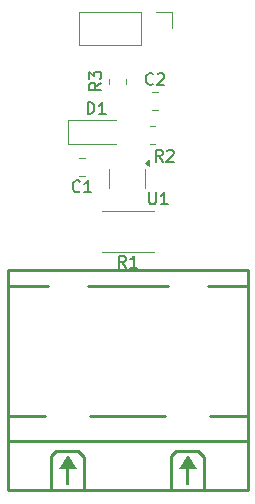
<source format=gbr>
%TF.GenerationSoftware,KiCad,Pcbnew,9.0.2*%
%TF.CreationDate,2025-11-13T14:06:28+01:00*%
%TF.ProjectId,current-meas,63757272-656e-4742-9d6d-6561732e6b69,rev?*%
%TF.SameCoordinates,Original*%
%TF.FileFunction,Legend,Top*%
%TF.FilePolarity,Positive*%
%FSLAX46Y46*%
G04 Gerber Fmt 4.6, Leading zero omitted, Abs format (unit mm)*
G04 Created by KiCad (PCBNEW 9.0.2) date 2025-11-13 14:06:28*
%MOMM*%
%LPD*%
G01*
G04 APERTURE LIST*
%ADD10C,0.150000*%
%ADD11C,0.120000*%
%ADD12C,0.254000*%
%ADD13C,0.000000*%
G04 APERTURE END LIST*
D10*
X146479794Y-101649819D02*
X146479794Y-100649819D01*
X146479794Y-100649819D02*
X146717889Y-100649819D01*
X146717889Y-100649819D02*
X146860746Y-100697438D01*
X146860746Y-100697438D02*
X146955984Y-100792676D01*
X146955984Y-100792676D02*
X147003603Y-100887914D01*
X147003603Y-100887914D02*
X147051222Y-101078390D01*
X147051222Y-101078390D02*
X147051222Y-101221247D01*
X147051222Y-101221247D02*
X147003603Y-101411723D01*
X147003603Y-101411723D02*
X146955984Y-101506961D01*
X146955984Y-101506961D02*
X146860746Y-101602200D01*
X146860746Y-101602200D02*
X146717889Y-101649819D01*
X146717889Y-101649819D02*
X146479794Y-101649819D01*
X148003603Y-101649819D02*
X147432175Y-101649819D01*
X147717889Y-101649819D02*
X147717889Y-100649819D01*
X147717889Y-100649819D02*
X147622651Y-100792676D01*
X147622651Y-100792676D02*
X147527413Y-100887914D01*
X147527413Y-100887914D02*
X147432175Y-100935533D01*
X145826222Y-108179580D02*
X145778603Y-108227200D01*
X145778603Y-108227200D02*
X145635746Y-108274819D01*
X145635746Y-108274819D02*
X145540508Y-108274819D01*
X145540508Y-108274819D02*
X145397651Y-108227200D01*
X145397651Y-108227200D02*
X145302413Y-108131961D01*
X145302413Y-108131961D02*
X145254794Y-108036723D01*
X145254794Y-108036723D02*
X145207175Y-107846247D01*
X145207175Y-107846247D02*
X145207175Y-107703390D01*
X145207175Y-107703390D02*
X145254794Y-107512914D01*
X145254794Y-107512914D02*
X145302413Y-107417676D01*
X145302413Y-107417676D02*
X145397651Y-107322438D01*
X145397651Y-107322438D02*
X145540508Y-107274819D01*
X145540508Y-107274819D02*
X145635746Y-107274819D01*
X145635746Y-107274819D02*
X145778603Y-107322438D01*
X145778603Y-107322438D02*
X145826222Y-107370057D01*
X146778603Y-108274819D02*
X146207175Y-108274819D01*
X146492889Y-108274819D02*
X146492889Y-107274819D01*
X146492889Y-107274819D02*
X146397651Y-107417676D01*
X146397651Y-107417676D02*
X146302413Y-107512914D01*
X146302413Y-107512914D02*
X146207175Y-107560533D01*
X147622708Y-99011666D02*
X147146517Y-99344999D01*
X147622708Y-99583094D02*
X146622708Y-99583094D01*
X146622708Y-99583094D02*
X146622708Y-99202142D01*
X146622708Y-99202142D02*
X146670327Y-99106904D01*
X146670327Y-99106904D02*
X146717946Y-99059285D01*
X146717946Y-99059285D02*
X146813184Y-99011666D01*
X146813184Y-99011666D02*
X146956041Y-99011666D01*
X146956041Y-99011666D02*
X147051279Y-99059285D01*
X147051279Y-99059285D02*
X147098898Y-99106904D01*
X147098898Y-99106904D02*
X147146517Y-99202142D01*
X147146517Y-99202142D02*
X147146517Y-99583094D01*
X146622708Y-98678332D02*
X146622708Y-98059285D01*
X146622708Y-98059285D02*
X147003660Y-98392618D01*
X147003660Y-98392618D02*
X147003660Y-98249761D01*
X147003660Y-98249761D02*
X147051279Y-98154523D01*
X147051279Y-98154523D02*
X147098898Y-98106904D01*
X147098898Y-98106904D02*
X147194136Y-98059285D01*
X147194136Y-98059285D02*
X147432231Y-98059285D01*
X147432231Y-98059285D02*
X147527469Y-98106904D01*
X147527469Y-98106904D02*
X147575089Y-98154523D01*
X147575089Y-98154523D02*
X147622708Y-98249761D01*
X147622708Y-98249761D02*
X147622708Y-98535475D01*
X147622708Y-98535475D02*
X147575089Y-98630713D01*
X147575089Y-98630713D02*
X147527469Y-98678332D01*
X152826222Y-105674819D02*
X152492889Y-105198628D01*
X152254794Y-105674819D02*
X152254794Y-104674819D01*
X152254794Y-104674819D02*
X152635746Y-104674819D01*
X152635746Y-104674819D02*
X152730984Y-104722438D01*
X152730984Y-104722438D02*
X152778603Y-104770057D01*
X152778603Y-104770057D02*
X152826222Y-104865295D01*
X152826222Y-104865295D02*
X152826222Y-105008152D01*
X152826222Y-105008152D02*
X152778603Y-105103390D01*
X152778603Y-105103390D02*
X152730984Y-105151009D01*
X152730984Y-105151009D02*
X152635746Y-105198628D01*
X152635746Y-105198628D02*
X152254794Y-105198628D01*
X153207175Y-104770057D02*
X153254794Y-104722438D01*
X153254794Y-104722438D02*
X153350032Y-104674819D01*
X153350032Y-104674819D02*
X153588127Y-104674819D01*
X153588127Y-104674819D02*
X153683365Y-104722438D01*
X153683365Y-104722438D02*
X153730984Y-104770057D01*
X153730984Y-104770057D02*
X153778603Y-104865295D01*
X153778603Y-104865295D02*
X153778603Y-104960533D01*
X153778603Y-104960533D02*
X153730984Y-105103390D01*
X153730984Y-105103390D02*
X153159556Y-105674819D01*
X153159556Y-105674819D02*
X153778603Y-105674819D01*
X151680984Y-108287319D02*
X151680984Y-109096842D01*
X151680984Y-109096842D02*
X151728603Y-109192080D01*
X151728603Y-109192080D02*
X151776222Y-109239700D01*
X151776222Y-109239700D02*
X151871460Y-109287319D01*
X151871460Y-109287319D02*
X152061936Y-109287319D01*
X152061936Y-109287319D02*
X152157174Y-109239700D01*
X152157174Y-109239700D02*
X152204793Y-109192080D01*
X152204793Y-109192080D02*
X152252412Y-109096842D01*
X152252412Y-109096842D02*
X152252412Y-108287319D01*
X153252412Y-109287319D02*
X152680984Y-109287319D01*
X152966698Y-109287319D02*
X152966698Y-108287319D01*
X152966698Y-108287319D02*
X152871460Y-108430176D01*
X152871460Y-108430176D02*
X152776222Y-108525414D01*
X152776222Y-108525414D02*
X152680984Y-108573033D01*
X149726222Y-114649819D02*
X149392889Y-114173628D01*
X149154794Y-114649819D02*
X149154794Y-113649819D01*
X149154794Y-113649819D02*
X149535746Y-113649819D01*
X149535746Y-113649819D02*
X149630984Y-113697438D01*
X149630984Y-113697438D02*
X149678603Y-113745057D01*
X149678603Y-113745057D02*
X149726222Y-113840295D01*
X149726222Y-113840295D02*
X149726222Y-113983152D01*
X149726222Y-113983152D02*
X149678603Y-114078390D01*
X149678603Y-114078390D02*
X149630984Y-114126009D01*
X149630984Y-114126009D02*
X149535746Y-114173628D01*
X149535746Y-114173628D02*
X149154794Y-114173628D01*
X150678603Y-114649819D02*
X150107175Y-114649819D01*
X150392889Y-114649819D02*
X150392889Y-113649819D01*
X150392889Y-113649819D02*
X150297651Y-113792676D01*
X150297651Y-113792676D02*
X150202413Y-113887914D01*
X150202413Y-113887914D02*
X150107175Y-113935533D01*
X152026222Y-99079580D02*
X151978603Y-99127200D01*
X151978603Y-99127200D02*
X151835746Y-99174819D01*
X151835746Y-99174819D02*
X151740508Y-99174819D01*
X151740508Y-99174819D02*
X151597651Y-99127200D01*
X151597651Y-99127200D02*
X151502413Y-99031961D01*
X151502413Y-99031961D02*
X151454794Y-98936723D01*
X151454794Y-98936723D02*
X151407175Y-98746247D01*
X151407175Y-98746247D02*
X151407175Y-98603390D01*
X151407175Y-98603390D02*
X151454794Y-98412914D01*
X151454794Y-98412914D02*
X151502413Y-98317676D01*
X151502413Y-98317676D02*
X151597651Y-98222438D01*
X151597651Y-98222438D02*
X151740508Y-98174819D01*
X151740508Y-98174819D02*
X151835746Y-98174819D01*
X151835746Y-98174819D02*
X151978603Y-98222438D01*
X151978603Y-98222438D02*
X152026222Y-98270057D01*
X152407175Y-98270057D02*
X152454794Y-98222438D01*
X152454794Y-98222438D02*
X152550032Y-98174819D01*
X152550032Y-98174819D02*
X152788127Y-98174819D01*
X152788127Y-98174819D02*
X152883365Y-98222438D01*
X152883365Y-98222438D02*
X152930984Y-98270057D01*
X152930984Y-98270057D02*
X152978603Y-98365295D01*
X152978603Y-98365295D02*
X152978603Y-98460533D01*
X152978603Y-98460533D02*
X152930984Y-98603390D01*
X152930984Y-98603390D02*
X152359556Y-99174819D01*
X152359556Y-99174819D02*
X152978603Y-99174819D01*
D11*
%TO.C,D1*%
X144857889Y-102195000D02*
X144857889Y-104195000D01*
X144857889Y-102195000D02*
X148867889Y-102195000D01*
X144857889Y-104195000D02*
X148867889Y-104195000D01*
%TO.C,C1*%
X146254141Y-105385000D02*
X145731637Y-105385000D01*
X146254141Y-106855000D02*
X145731637Y-106855000D01*
%TO.C,R3*%
X148257889Y-98642936D02*
X148257889Y-99097064D01*
X149727889Y-98642936D02*
X149727889Y-99097064D01*
%TO.C,R2*%
X151740825Y-102685000D02*
X152194953Y-102685000D01*
X151740825Y-104155000D02*
X152194953Y-104155000D01*
%TO.C,U1*%
X148257889Y-107095000D02*
X148257889Y-106295000D01*
X148257889Y-107095000D02*
X148257889Y-107895000D01*
X151377889Y-107095000D02*
X151377889Y-106295000D01*
X151377889Y-107095000D02*
X151377889Y-107895000D01*
X151657889Y-106035000D02*
X151327889Y-105795000D01*
X151657889Y-105555000D01*
X151657889Y-106035000D01*
G36*
X151657889Y-106035000D02*
G01*
X151327889Y-105795000D01*
X151657889Y-105555000D01*
X151657889Y-106035000D01*
G37*
%TO.C,J2*%
X145772889Y-93015000D02*
X145772889Y-95775000D01*
X150962889Y-93015000D02*
X145772889Y-93015000D01*
X150962889Y-93015000D02*
X150962889Y-95775000D01*
X150962889Y-95775000D02*
X145772889Y-95775000D01*
X152232889Y-93015000D02*
X153612889Y-93015000D01*
X153612889Y-93015000D02*
X153612889Y-94395000D01*
D12*
%TO.C,J1*%
X139705389Y-114870000D02*
X139705389Y-133520000D01*
X139705389Y-114870000D02*
X160025389Y-114870000D01*
X139705389Y-116242500D02*
X143096389Y-116242500D01*
X139705389Y-127245500D02*
X142904389Y-127245500D01*
X139705389Y-129291000D02*
X160025389Y-129291000D01*
X139705389Y-133520000D02*
X160025389Y-133520000D01*
X143350389Y-130570000D02*
X143769389Y-130151000D01*
X143350389Y-133519000D02*
X143350389Y-130570000D01*
X143769389Y-130151000D02*
X145674389Y-130151000D01*
X145674389Y-130151000D02*
X146179889Y-130656500D01*
X146179889Y-130656500D02*
X146179889Y-133519000D01*
X146474389Y-116242500D02*
X153256389Y-116242500D01*
X146666389Y-127245500D02*
X153064389Y-127245500D01*
X153510389Y-130570000D02*
X153929389Y-130151000D01*
X153510389Y-133519000D02*
X153510389Y-130570000D01*
X153929389Y-130151000D02*
X155834389Y-130151000D01*
X155834389Y-130151000D02*
X156339889Y-130656500D01*
X156339889Y-130656500D02*
X156339889Y-133519000D01*
X156634389Y-116242500D02*
X160025389Y-116242500D01*
X156826389Y-127245500D02*
X160025389Y-127245500D01*
X160025389Y-114870000D02*
X160025389Y-133520000D01*
D13*
G36*
X145547389Y-131675000D02*
G01*
X144023389Y-131675000D01*
X144785389Y-130532000D01*
X145547389Y-131675000D01*
G37*
G36*
X155707389Y-131675000D02*
G01*
X154183389Y-131675000D01*
X154945389Y-130532000D01*
X155707389Y-131675000D01*
G37*
G36*
X144912389Y-133072000D02*
G01*
X144658389Y-133072000D01*
X144658389Y-131675000D01*
X144912389Y-131675000D01*
X144912389Y-133072000D01*
G37*
G36*
X155072389Y-133072000D02*
G01*
X154818389Y-133072000D01*
X154818389Y-131675000D01*
X155072389Y-131675000D01*
X155072389Y-133072000D01*
G37*
D11*
%TO.C,R1*%
X152069953Y-109885000D02*
X147715825Y-109885000D01*
X152069953Y-113305000D02*
X147715825Y-113305000D01*
%TO.C,C2*%
X151931637Y-99810000D02*
X152454141Y-99810000D01*
X151931637Y-101280000D02*
X152454141Y-101280000D01*
%TD*%
M02*

</source>
